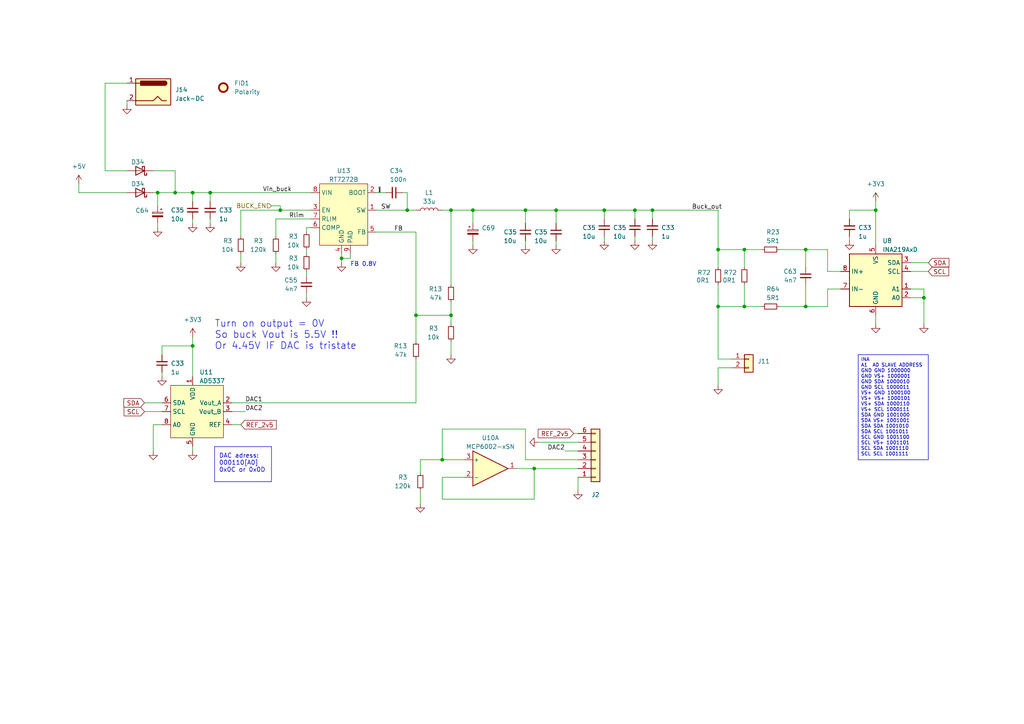
<source format=kicad_sch>
(kicad_sch (version 20230121) (generator eeschema)
  (paper "A4")
  (lib_symbols
    (symbol "Amplifier_Operational:MCP6002-xSN" (pin_names (offset 0.127))
      (property "Reference" "U" (at 0 5.08 0))
      (property "Value" "MCP6002-xSN" (at 0 -5.08 0))
      (symbol "MCP6002-xSN_1_1"
        (polyline (pts (xy -5.08 5.08) (xy 5.08 0) (xy -5.08 -5.08) (xy -5.08 5.08)) (stroke (width 0.254)) (fill (type background)))
        (pin output line (at 7.62 0 180) (length 2.54) (name "~") (number "1"))
        (pin input line (at -7.62 -2.54 0) (length 2.54) (name "-") (number "2"))
        (pin input line (at -7.62 2.54 0) (length 2.54) (name "+") (number "3"))
      )
      (symbol "MCP6002-xSN_2_1"
        (polyline (pts (xy -5.08 5.08) (xy 5.08 0) (xy -5.08 -5.08) (xy -5.08 5.08)) (stroke (width 0.254)) (fill (type background)))
        (pin input line (at -7.62 2.54 0) (length 2.54) (name "+") (number "5"))
        (pin input line (at -7.62 -2.54 0) (length 2.54) (name "-") (number "6"))
        (pin output line (at 7.62 0 180) (length 2.54) (name "~") (number "7"))
      )
      (symbol "MCP6002-xSN_3_1"
        (pin power_in line (at -2.54 -7.62 90) (length 3.81) (name "V-") (number "4"))
        (pin power_in line (at -2.54 7.62 270) (length 3.81) (name "V+") (number "8"))
      )
    )
    (symbol "Connector:Jack-DC" (pin_names (offset 1.016))
      (property "Reference" "J" (at 0 5.334 0))
      (property "Value" "Jack-DC" (at 0 -5.08 0))
      (symbol "Jack-DC_0_1"
        (rectangle (start -5.08 3.81) (end 5.08 -3.81) (stroke (width 0.254)) (fill (type background)))
        (arc (start -3.302 3.175) (mid -3.9343 2.54) (end -3.302 1.905) (stroke (width 0.254)))
        (arc (start -3.302 3.175) (mid -3.9343 2.54) (end -3.302 1.905) (stroke (width 0.254)) (fill (type outline)))
        (polyline (pts (xy 5.08 2.54) (xy 3.81 2.54)) (stroke (width 0.254)))
        (polyline (pts (xy -3.81 -2.54) (xy -2.54 -2.54) (xy -1.27 -1.27) (xy 0 -2.54) (xy 2.54 -2.54) (xy 5.08 -2.54)) (stroke (width 0.254)))
        (rectangle (start 3.683 3.175) (end -3.302 1.905) (stroke (width 0.254)) (fill (type outline)))
      )
      (symbol "Jack-DC_1_1"
        (pin passive line (at 7.62 2.54 180) (length 2.54) (name "~") (number "1"))
        (pin passive line (at 7.62 -2.54 180) (length 2.54) (name "~") (number "2"))
      )
    )
    (symbol "Connector_Generic:Conn_01x02" (pin_names (offset 1.016) hide)
      (property "Reference" "J" (at 0 2.54 0))
      (property "Value" "Conn_01x02" (at 0 -5.08 0))
      (symbol "Conn_01x02_1_1"
        (rectangle (start -1.27 -2.413) (end 0 -2.667) (stroke (width 0.1524)))
        (rectangle (start -1.27 0.127) (end 0 -0.127) (stroke (width 0.1524)))
        (rectangle (start -1.27 1.27) (end 1.27 -3.81) (stroke (width 0.254)) (fill (type background)))
        (pin passive line (at -5.08 0 0) (length 3.81) (name "Pin_1") (number "1"))
        (pin passive line (at -5.08 -2.54 0) (length 3.81) (name "Pin_2") (number "2"))
      )
    )
    (symbol "Connector_Generic:Conn_01x06" (pin_names (offset 1.016) hide)
      (property "Reference" "J" (at 0 7.62 0))
      (property "Value" "Conn_01x06" (at 0 -10.16 0))
      (symbol "Conn_01x06_1_1"
        (rectangle (start -1.27 -7.493) (end 0 -7.747) (stroke (width 0.1524)))
        (rectangle (start -1.27 -4.953) (end 0 -5.207) (stroke (width 0.1524)))
        (rectangle (start -1.27 -2.413) (end 0 -2.667) (stroke (width 0.1524)))
        (rectangle (start -1.27 0.127) (end 0 -0.127) (stroke (width 0.1524)))
        (rectangle (start -1.27 2.667) (end 0 2.413) (stroke (width 0.1524)))
        (rectangle (start -1.27 5.207) (end 0 4.953) (stroke (width 0.1524)))
        (rectangle (start -1.27 6.35) (end 1.27 -8.89) (stroke (width 0.254)) (fill (type background)))
        (pin passive line (at -5.08 5.08 0) (length 3.81) (name "Pin_1") (number "1"))
        (pin passive line (at -5.08 2.54 0) (length 3.81) (name "Pin_2") (number "2"))
        (pin passive line (at -5.08 0 0) (length 3.81) (name "Pin_3") (number "3"))
        (pin passive line (at -5.08 -2.54 0) (length 3.81) (name "Pin_4") (number "4"))
        (pin passive line (at -5.08 -5.08 0) (length 3.81) (name "Pin_5") (number "5"))
        (pin passive line (at -5.08 -7.62 0) (length 3.81) (name "Pin_6") (number "6"))
      )
    )
    (symbol "Device:C_Polarized_Small" (pin_numbers hide) (pin_names (offset 0.254) hide)
      (property "Reference" "C" (at 0.254 1.778 0))
      (property "Value" "C_Polarized_Small" (at 0.254 -2.032 0))
      (symbol "C_Polarized_Small_0_1"
        (rectangle (start -1.524 -0.3048) (end 1.524 -0.6858) (fill (type outline)))
        (rectangle (start -1.524 0.6858) (end 1.524 0.3048))
        (polyline (pts (xy -1.27 1.524) (xy -0.762 1.524)))
        (polyline (pts (xy -1.016 1.27) (xy -1.016 1.778)))
      )
      (symbol "C_Polarized_Small_1_1"
        (pin passive line (at 0 2.54 270) (length 1.8542) (name "~") (number "1"))
        (pin passive line (at 0 -2.54 90) (length 1.8542) (name "~") (number "2"))
      )
    )
    (symbol "Device:C_Small" (pin_numbers hide) (pin_names (offset 0.254) hide)
      (property "Reference" "C" (at 0.254 1.778 0))
      (property "Value" "C_Small" (at 0.254 -2.032 0))
      (symbol "C_Small_0_1"
        (polyline (pts (xy -1.524 -0.508) (xy 1.524 -0.508)) (stroke (width 0.3302)))
        (polyline (pts (xy -1.524 0.508) (xy 1.524 0.508)) (stroke (width 0.3048)))
      )
      (symbol "C_Small_1_1"
        (pin passive line (at 0 2.54 270) (length 2.032) (name "~") (number "1"))
        (pin passive line (at 0 -2.54 90) (length 2.032) (name "~") (number "2"))
      )
    )
    (symbol "Device:D_Schottky" (pin_numbers hide) (pin_names (offset 1.016) hide)
      (property "Reference" "D" (at 0 2.54 0))
      (property "Value" "D_Schottky" (at 0 -2.54 0))
      (symbol "D_Schottky_0_1"
        (polyline (pts (xy 1.27 0) (xy -1.27 0)))
        (polyline (pts (xy 1.27 1.27) (xy 1.27 -1.27) (xy -1.27 0) (xy 1.27 1.27)) (stroke (width 0.254)))
        (polyline (pts (xy -1.905 0.635) (xy -1.905 1.27) (xy -1.27 1.27) (xy -1.27 -1.27) (xy -0.635 -1.27) (xy -0.635 -0.635)) (stroke (width 0.254)))
      )
      (symbol "D_Schottky_1_1"
        (pin passive line (at -3.81 0 0) (length 2.54) (name "K") (number "1"))
        (pin passive line (at 3.81 0 180) (length 2.54) (name "A") (number "2"))
      )
    )
    (symbol "Device:L" (pin_numbers hide) (pin_names (offset 1.016) hide)
      (property "Reference" "L" (at -1.27 0 90))
      (property "Value" "L" (at 1.905 0 90))
      (symbol "L_0_1"
        (arc (start 0 -2.54) (mid 0.6323 -1.905) (end 0 -1.27))
        (arc (start 0 -1.27) (mid 0.6323 -0.635) (end 0 0))
        (arc (start 0 0) (mid 0.6323 0.635) (end 0 1.27))
        (arc (start 0 1.27) (mid 0.6323 1.905) (end 0 2.54))
      )
      (symbol "L_1_1"
        (pin passive line (at 0 3.81 270) (length 1.27) (name "1") (number "1"))
        (pin passive line (at 0 -3.81 90) (length 1.27) (name "2") (number "2"))
      )
    )
    (symbol "Device:R_Small" (pin_numbers hide) (pin_names (offset 0.254) hide)
      (property "Reference" "R" (at 0.762 0.508 0))
      (property "Value" "R_Small" (at 0.762 -1.016 0))
      (symbol "R_Small_0_1"
        (rectangle (start -0.762 1.778) (end 0.762 -1.778) (stroke (width 0.2032)))
      )
      (symbol "R_Small_1_1"
        (pin passive line (at 0 2.54 270) (length 0.762) (name "~") (number "1"))
        (pin passive line (at 0 -2.54 90) (length 0.762) (name "~") (number "2"))
      )
    )
    (symbol "Mechanical:Fiducial"
      (property "Reference" "FID" (at 0 5.08 0))
      (property "Value" "Fiducial" (at 0 3.175 0))
      (symbol "Fiducial_0_1"
        (circle (center 0 0) (radius 1.27) (stroke (width 0.508)) (fill (type background)))
      )
    )
    (symbol "My_custom_lib:AD5337"
      (property "Reference" "U" (at 2.54 10.16 0))
      (property "Value" "AD5337" (at 5.08 7.62 0))
      (symbol "AD5337_1_1"
        (rectangle (start -6.35 6.35) (end 8.89 -8.89) (fill (type background)))
        (pin power_in line (at 0 8.89 270) (length 2.54) (name "VDD") (number "1"))
        (pin output line (at 11.43 1.27 180) (length 2.54) (name "Vout_A") (number "2"))
        (pin output line (at 11.43 -1.27 180) (length 2.54) (name "Vout_B") (number "3"))
        (pin input line (at 11.43 -5.08 180) (length 2.54) (name "REF") (number "4"))
        (pin power_in line (at 0 -11.43 90) (length 2.54) (name "GND") (number "5"))
        (pin bidirectional line (at -8.89 1.27 0) (length 2.54) (name "SDA") (number "6"))
        (pin input line (at -8.89 -1.27 0) (length 2.54) (name "SCL") (number "7"))
        (pin input line (at -8.89 -5.08 0) (length 2.54) (name "A0") (number "8"))
      )
    )
    (symbol "My_custom_lib:RT7272B"
      (property "Reference" "U" (at 1.27 17.78 0))
      (property "Value" "RT7272B" (at 1.27 15.24 0))
      (symbol "RT7272B_1_1"
        (rectangle (start -7.62 13.97) (end 6.35 -3.81) (fill (type background)))
        (pin input line (at 8.89 6.35 180) (length 2.54) (name "SW") (number "1"))
        (pin input line (at 8.89 11.43 180) (length 2.54) (name "BOOT") (number "2"))
        (pin input line (at -10.16 6.35 0) (length 2.54) (name "EN") (number "3"))
        (pin input line (at -1.27 -6.35 90) (length 2.54) (name "GND") (number "4"))
        (pin input line (at 8.89 0 180) (length 2.54) (name "FB") (number "5"))
        (pin input line (at -10.16 1.27 0) (length 2.54) (name "COMP") (number "6"))
        (pin input line (at -10.16 3.81 0) (length 2.54) (name "RLIM") (number "7"))
        (pin input line (at -10.16 11.43 0) (length 2.54) (name "VIN") (number "8"))
        (pin input line (at 1.27 -6.35 90) (length 2.54) (name "PAD") (number "9"))
      )
    )
    (symbol "Sensor_Energy:INA219AxD"
      (property "Reference" "U" (at -6.35 8.89 0))
      (property "Value" "INA219AxD" (at 5.08 8.89 0))
      (symbol "INA219AxD_0_1"
        (rectangle (start -7.62 7.62) (end 7.62 -7.62) (stroke (width 0.254)) (fill (type background)))
      )
      (symbol "INA219AxD_1_1"
        (pin input line (at 10.16 -2.54 180) (length 2.54) (name "A1") (number "1"))
        (pin input line (at 10.16 -5.08 180) (length 2.54) (name "A0") (number "2"))
        (pin bidirectional line (at 10.16 5.08 180) (length 2.54) (name "SDA") (number "3"))
        (pin input line (at 10.16 2.54 180) (length 2.54) (name "SCL") (number "4"))
        (pin power_in line (at 0 10.16 270) (length 2.54) (name "VS") (number "5"))
        (pin power_in line (at 0 -10.16 90) (length 2.54) (name "GND") (number "6"))
        (pin input line (at -10.16 -2.54 0) (length 2.54) (name "IN-") (number "7"))
        (pin input line (at -10.16 2.54 0) (length 2.54) (name "IN+") (number "8"))
      )
    )
    (symbol "power:+3V3" (power) (pin_names (offset 0))
      (property "Value" "+3V3" (at 0 3.556 0))
      (symbol "+3V3_0_1"
        (polyline (pts (xy -0.762 1.27) (xy 0 2.54)))
        (polyline (pts (xy 0 0) (xy 0 2.54)))
        (polyline (pts (xy 0 2.54) (xy 0.762 1.27)))
      )
      (symbol "+3V3_1_1"
        (pin power_in line (at 0 0 90) (length 0) hide (name "+3V3") (number "1"))
      )
    )
    (symbol "power:+5V" (power) (pin_names (offset 0))
      (property "Value" "+5V" (at 0 3.556 0))
      (symbol "+5V_0_1"
        (polyline (pts (xy -0.762 1.27) (xy 0 2.54)))
        (polyline (pts (xy 0 0) (xy 0 2.54)))
        (polyline (pts (xy 0 2.54) (xy 0.762 1.27)))
      )
      (symbol "+5V_1_1"
        (pin power_in line (at 0 0 90) (length 0) hide (name "+5V") (number "1"))
      )
    )
    (symbol "power:GND" (power) (pin_names (offset 0))
      (property "Value" "GND" (at 0 -3.81 0))
      (symbol "GND_0_1"
        (polyline (pts (xy 0 0) (xy 0 -1.27) (xy 1.27 -1.27) (xy 0 -2.54) (xy -1.27 -1.27) (xy 0 -1.27)))
      )
      (symbol "GND_1_1"
        (pin power_in line (at 0 0 270) (length 0) hide (name "GND") (number "1"))
      )
    )
  )
  (junction (at 189.23 60.96))
  (junction (at 233.68 72.39))
  (junction (at 60.96 55.88))
  (junction (at 137.16 60.96))
  (junction (at 99.06 74.93))
  (junction (at 208.28 88.9))
  (junction (at 161.29 60.96))
  (junction (at 130.81 60.96))
  (junction (at 118.11 60.96))
  (junction (at 208.28 72.39))
  (junction (at 215.9 88.9))
  (junction (at 120.65 91.44))
  (junction (at 152.4 60.96))
  (junction (at 254 60.96))
  (junction (at 267.97 86.36))
  (junction (at 215.9 72.39))
  (junction (at 81.28 60.96))
  (junction (at 55.88 100.33))
  (junction (at 130.81 91.44))
  (junction (at 154.94 135.89))
  (junction (at 45.72 55.88))
  (junction (at 184.15 60.96))
  (junction (at 50.8 55.88))
  (junction (at 55.88 55.88))
  (junction (at 175.26 60.96))
  (junction (at 128.27 133.35))
  (junction (at 233.68 88.9))
  (wire (pts (xy 30.48 49.53) (xy 36.83 49.53)))
  (wire (pts (xy 246.38 69.85) (xy 246.38 68.58)))
  (wire (pts (xy 267.97 83.82) (xy 267.97 86.36)))
  (wire (pts (xy 130.81 60.96) (xy 130.81 82.55)))
  (wire (pts (xy 189.23 69.85) (xy 189.23 68.58)))
  (wire (pts (xy 130.81 91.44) (xy 130.81 93.98)))
  (wire (pts (xy 46.99 102.87) (xy 46.99 100.33)))
  (wire (pts (xy 118.11 55.88) (xy 118.11 60.96)))
  (wire (pts (xy 121.92 133.35) (xy 128.27 133.35)))
  (wire (pts (xy 55.88 130.81) (xy 55.88 129.54)))
  (wire (pts (xy 208.28 88.9) (xy 208.28 104.14)))
  (wire (pts (xy 44.45 123.19) (xy 46.99 123.19)))
  (wire (pts (xy 88.9 72.39) (xy 88.9 73.66)))
  (wire (pts (xy 71.12 119.38) (xy 67.31 119.38)))
  (wire (pts (xy 215.9 72.39) (xy 220.98 72.39)))
  (wire (pts (xy 130.81 102.87) (xy 130.81 99.06)))
  (wire (pts (xy 90.17 60.96) (xy 81.28 60.96)))
  (wire (pts (xy 30.48 24.13) (xy 36.83 24.13)))
  (wire (pts (xy 175.26 63.5) (xy 175.26 60.96)))
  (wire (pts (xy 80.01 63.5) (xy 90.17 63.5)))
  (wire (pts (xy 269.24 78.74) (xy 264.16 78.74)))
  (wire (pts (xy 269.24 76.2) (xy 264.16 76.2)))
  (wire (pts (xy 46.99 109.22) (xy 46.99 107.95)))
  (wire (pts (xy 215.9 82.55) (xy 215.9 88.9)))
  (wire (pts (xy 118.11 60.96) (xy 120.65 60.96)))
  (wire (pts (xy 128.27 124.46) (xy 128.27 133.35)))
  (wire (pts (xy 137.16 60.96) (xy 152.4 60.96)))
  (wire (pts (xy 50.8 49.53) (xy 50.8 55.88)))
  (wire (pts (xy 233.68 82.55) (xy 233.68 88.9)))
  (wire (pts (xy 208.28 106.68) (xy 208.28 111.76)))
  (wire (pts (xy 161.29 60.96) (xy 161.29 64.77)))
  (wire (pts (xy 215.9 88.9) (xy 220.98 88.9)))
  (wire (pts (xy 55.88 64.77) (xy 55.88 63.5)))
  (wire (pts (xy 109.22 60.96) (xy 118.11 60.96)))
  (wire (pts (xy 208.28 104.14) (xy 212.09 104.14)))
  (wire (pts (xy 55.88 100.33) (xy 55.88 109.22)))
  (wire (pts (xy 152.4 60.96) (xy 161.29 60.96)))
  (wire (pts (xy 134.62 138.43) (xy 128.27 138.43)))
  (wire (pts (xy 264.16 86.36) (xy 267.97 86.36)))
  (wire (pts (xy 60.96 55.88) (xy 60.96 58.42)))
  (wire (pts (xy 81.28 60.96) (xy 69.85 60.96)))
  (wire (pts (xy 80.01 76.2) (xy 80.01 73.66)))
  (wire (pts (xy 212.09 106.68) (xy 208.28 106.68)))
  (wire (pts (xy 99.06 74.93) (xy 99.06 73.66)))
  (wire (pts (xy 215.9 72.39) (xy 215.9 77.47)))
  (wire (pts (xy 233.68 88.9) (xy 240.03 88.9)))
  (wire (pts (xy 184.15 63.5) (xy 184.15 60.96)))
  (wire (pts (xy 121.92 146.05) (xy 121.92 142.24)))
  (wire (pts (xy 154.94 135.89) (xy 149.86 135.89)))
  (wire (pts (xy 137.16 60.96) (xy 137.16 64.77)))
  (wire (pts (xy 246.38 63.5) (xy 246.38 60.96)))
  (wire (pts (xy 109.22 55.88) (xy 111.76 55.88)))
  (wire (pts (xy 55.88 97.79) (xy 55.88 100.33)))
  (wire (pts (xy 167.64 142.24) (xy 167.64 138.43)))
  (wire (pts (xy 80.01 68.58) (xy 80.01 63.5)))
  (wire (pts (xy 167.64 133.35) (xy 152.4 133.35)))
  (wire (pts (xy 152.4 60.96) (xy 152.4 64.77)))
  (wire (pts (xy 240.03 78.74) (xy 240.03 72.39)))
  (wire (pts (xy 208.28 82.55) (xy 208.28 88.9)))
  (wire (pts (xy 246.38 60.96) (xy 254 60.96)))
  (wire (pts (xy 55.88 58.42) (xy 55.88 55.88)))
  (wire (pts (xy 184.15 60.96) (xy 189.23 60.96)))
  (wire (pts (xy 120.65 91.44) (xy 130.81 91.44)))
  (polyline (pts (xy 62.23 129.54) (xy 62.23 139.7)))
  (wire (pts (xy 120.65 67.31) (xy 120.65 91.44)))
  (wire (pts (xy 128.27 133.35) (xy 134.62 133.35)))
  (wire (pts (xy 90.17 55.88) (xy 60.96 55.88)))
  (wire (pts (xy 254 91.44) (xy 254 93.98)))
  (wire (pts (xy 128.27 138.43) (xy 128.27 144.78)))
  (wire (pts (xy 163.83 130.81) (xy 167.64 130.81)))
  (wire (pts (xy 154.94 135.89) (xy 167.64 135.89)))
  (wire (pts (xy 161.29 60.96) (xy 175.26 60.96)))
  (wire (pts (xy 22.86 55.88) (xy 36.83 55.88)))
  (wire (pts (xy 44.45 49.53) (xy 50.8 49.53)))
  (wire (pts (xy 90.17 66.04) (xy 88.9 66.04)))
  (wire (pts (xy 30.48 24.13) (xy 30.48 49.53)))
  (wire (pts (xy 116.84 55.88) (xy 118.11 55.88)))
  (wire (pts (xy 22.86 55.88) (xy 22.86 53.34)))
  (wire (pts (xy 45.72 55.88) (xy 45.72 59.69)))
  (wire (pts (xy 41.91 119.38) (xy 46.99 119.38)))
  (polyline (pts (xy 78.74 139.7) (xy 78.74 129.54)))
  (wire (pts (xy 264.16 83.82) (xy 267.97 83.82)))
  (polyline (pts (xy 62.23 129.54) (xy 78.74 129.54)))
  (wire (pts (xy 233.68 77.47) (xy 233.68 72.39)))
  (wire (pts (xy 208.28 60.96) (xy 208.28 72.39)))
  (polyline (pts (xy 62.23 139.7) (xy 78.74 139.7)))
  (wire (pts (xy 254 58.42) (xy 254 60.96)))
  (wire (pts (xy 166.37 125.73) (xy 167.64 125.73)))
  (wire (pts (xy 152.4 69.85) (xy 152.4 71.12)))
  (wire (pts (xy 45.72 64.77) (xy 45.72 66.04)))
  (wire (pts (xy 254 60.96) (xy 254 71.12)))
  (wire (pts (xy 208.28 72.39) (xy 208.28 77.47)))
  (wire (pts (xy 120.65 104.14) (xy 120.65 116.84)))
  (wire (pts (xy 152.4 133.35) (xy 152.4 124.46)))
  (wire (pts (xy 175.26 69.85) (xy 175.26 68.58)))
  (wire (pts (xy 130.81 60.96) (xy 137.16 60.96)))
  (wire (pts (xy 128.27 144.78) (xy 154.94 144.78)))
  (wire (pts (xy 50.8 55.88) (xy 55.88 55.88)))
  (wire (pts (xy 215.9 72.39) (xy 208.28 72.39)))
  (wire (pts (xy 189.23 60.96) (xy 189.23 63.5)))
  (wire (pts (xy 233.68 72.39) (xy 240.03 72.39)))
  (wire (pts (xy 240.03 83.82) (xy 243.84 83.82)))
  (wire (pts (xy 240.03 78.74) (xy 243.84 78.74)))
  (wire (pts (xy 267.97 86.36) (xy 267.97 93.98)))
  (wire (pts (xy 109.22 67.31) (xy 120.65 67.31)))
  (wire (pts (xy 44.45 130.81) (xy 44.45 123.19)))
  (wire (pts (xy 41.91 116.84) (xy 46.99 116.84)))
  (wire (pts (xy 69.85 60.96) (xy 69.85 68.58)))
  (wire (pts (xy 215.9 88.9) (xy 208.28 88.9)))
  (wire (pts (xy 81.28 59.69) (xy 81.28 60.96)))
  (wire (pts (xy 67.31 123.19) (xy 69.85 123.19)))
  (wire (pts (xy 99.06 76.2) (xy 99.06 74.93)))
  (wire (pts (xy 121.92 133.35) (xy 121.92 137.16)))
  (wire (pts (xy 60.96 64.77) (xy 60.96 63.5)))
  (wire (pts (xy 130.81 87.63) (xy 130.81 91.44)))
  (wire (pts (xy 120.65 91.44) (xy 120.65 99.06)))
  (wire (pts (xy 69.85 76.2) (xy 69.85 73.66)))
  (wire (pts (xy 161.29 69.85) (xy 161.29 71.12)))
  (wire (pts (xy 175.26 60.96) (xy 184.15 60.96)))
  (wire (pts (xy 156.21 128.27) (xy 167.64 128.27)))
  (wire (pts (xy 226.06 72.39) (xy 233.68 72.39)))
  (wire (pts (xy 189.23 60.96) (xy 208.28 60.96)))
  (wire (pts (xy 44.45 55.88) (xy 45.72 55.88)))
  (wire (pts (xy 45.72 55.88) (xy 50.8 55.88)))
  (wire (pts (xy 137.16 69.85) (xy 137.16 71.12)))
  (wire (pts (xy 99.06 74.93) (xy 101.6 74.93)))
  (wire (pts (xy 101.6 73.66) (xy 101.6 74.93)))
  (wire (pts (xy 78.74 59.69) (xy 81.28 59.69)))
  (wire (pts (xy 184.15 69.85) (xy 184.15 68.58)))
  (wire (pts (xy 128.27 60.96) (xy 130.81 60.96)))
  (wire (pts (xy 240.03 83.82) (xy 240.03 88.9)))
  (wire (pts (xy 88.9 78.74) (xy 88.9 80.01)))
  (wire (pts (xy 226.06 88.9) (xy 233.68 88.9)))
  (wire (pts (xy 46.99 100.33) (xy 55.88 100.33)))
  (wire (pts (xy 88.9 66.04) (xy 88.9 67.31)))
  (wire (pts (xy 152.4 124.46) (xy 128.27 124.46)))
  (wire (pts (xy 120.65 116.84) (xy 67.31 116.84)))
  (wire (pts (xy 154.94 144.78) (xy 154.94 135.89)))
  (wire (pts (xy 55.88 55.88) (xy 60.96 55.88)))
  (wire (pts (xy 88.9 85.09) (xy 88.9 86.36)))
  (wire (pts (xy 36.83 30.48) (xy 36.83 29.21)))
  (text_box "INA\nA1  A0 SLAVE ADDRESS\nGND GND 1000000\nGND VS+ 1000001\nGND SDA 1000010\nGND SCL 1000011\nVS+ GND 1000100\nVS+ VS+ 1000101\nVS+ SDA 1000110\nVS+ SCL 1000111\nSDA GND 1001000\nSDA VS+ 1001001\nSDA SDA 1001010\nSDA SCL 1001011\nSCL GND 1001100\nSCL VS+ 1001101\nSCL SDA 1001110\nSCL SCL 1001111" (at 248.92 102.87 0) (size 20.32 30.48) (effects (font (size 1 1)) (justify left top)))
  (text "DAC adress:\n000110[A0] \n0x0C or 0x0D" (at 63.5 137.16 0) (effects (font (size 1.27 1.27)) (justify left bottom)))
  (text "Turn on output = 0V\nSo buck Vout is 5.5V !!\nOr 4.45V IF DAC is tristate" (at 62.23 101.6 0) (effects (font (size 2 2)) (justify left bottom)))
  (text "FB 0.8V" (at 101.6 77.47 0) (effects (font (size 1.27 1.27)) (justify left bottom)))
  (label "SW" (at 110.49 60.96 0))
  (label "FB" (at 114.3 67.31 0))
  (label "DAC2" (at 163.83 130.81 180))
  (label "Buck_out" (at 200.66 60.96 0))
  (label "Rlim" (at 83.82 63.5 0))
  (label "DAC2" (at 71.12 119.38 0))
  (label "Vin_buck" (at 76.2 55.88 0))
  (label "boot" (at 110.49 55.88 90) (effects (font (size 0.5 0.5))))
  (label "DAC1" (at 71.12 116.84 0))
  (global_label "SDA" (shape input) (at 269.24 76.2 0) (property "Intersheetrefs" "${INTERSHEET_REFS}" (effects hide)))
  (global_label "REF_2v5" (shape input) (at 69.85 123.19 0) (property "Intersheetrefs" "${INTERSHEET_REFS}" (effects hide)))
  (global_label "REF_2v5" (shape input) (at 166.37 125.73 180) (property "Intersheetrefs" "${INTERSHEET_REFS}" (effects hide)))
  (global_label "SDA" (shape input) (at 41.91 116.84 180) (property "Intersheetrefs" "${INTERSHEET_REFS}" (effects hide)))
  (global_label "SCL" (shape input) (at 41.91 119.38 180) (property "Intersheetrefs" "${INTERSHEET_REFS}" (effects hide)))
  (global_label "SCL" (shape input) (at 269.24 78.74 0) (property "Intersheetrefs" "${INTERSHEET_REFS}" (effects hide)))
  (hierarchical_label "BUCK_EN" (shape input) (at 78.74 59.69 180))
  (symbol (lib_id "power:GND") (at 69.85 76.2 0) (unit 1)
    (property "Reference" "#PWR079" (effects hide))
    (property "Value" "GND" (effects hide))
    (instances (project "Ethernet_switch_4out" (path "" (reference "#PWR079") (unit 1)) (path "" (reference "#PWR0151") (unit 1))) (project "cross_band_handy_walkie_talkie_ES8388" (path "" (reference "#PWR045") (unit 1))))
  )
  (symbol (lib_id "Amplifier_Operational:MCP6002-xSN") (at 142.24 135.89 0) (unit 1)
    (property "Reference" "U10" (at 142.24 127 0))
    (property "Value" "MCP6002-xSN" (at 142.24 129.54 0))
    (property "Footprint" "Package_SO:SOIC-8_3.9x4.9mm_P1.27mm" (effects hide))
    (property "Datasheet" "http://ww1.microchip.com/downloads/en/DeviceDoc/21733j.pdf" (effects hide))
    (property "LCSC" "C7377" (effects hide))
  )
  (symbol (lib_id "power:GND") (at 130.81 102.87 0) (unit 1)
    (property "Reference" "#PWR079" (effects hide))
    (property "Value" "GND" (effects hide))
    (instances (project "Ethernet_switch_4out" (path "" (reference "#PWR079") (unit 1)) (path "" (reference "#PWR0156") (unit 1))) (project "cross_band_handy_walkie_talkie_ES8388" (path "" (reference "#PWR045") (unit 1))))
  )
  (symbol (lib_id "Device:C_Small") (at 60.96 60.96 0) (mirror x) (unit 1)
    (property "Reference" "C33" (at 63.5 60.96 0) (effects (justify left)))
    (property "Value" "1u" (at 63.5 63.5 0) (effects (justify left)))
    (property "Footprint" "Capacitor_SMD:C_0402_1005Metric" (effects hide))
    (property "LCSC" "C52923" (effects hide))
    (instances (project "Ethernet_switch_4out" (path "" (reference "C33") (unit 1)) (path "" (reference "C52") (unit 1))) (project "cross_band_handy_walkie_talkie_ES8388" (path "" (reference "C5") (unit 1))))
  )
  (symbol (lib_id "power:GND") (at 46.99 109.22 0) (unit 1)
    (property "Reference" "#PWR079" (effects hide))
    (property "Value" "GND" (effects hide))
    (instances (project "Ethernet_switch_4out" (path "" (reference "#PWR079") (unit 1)) (path "" (reference "#PWR0166") (unit 1))) (project "cross_band_handy_walkie_talkie_ES8388" (path "" (reference "#PWR045") (unit 1))))
  )
  (symbol (lib_id "power:GND") (at 175.26 69.85 0) (mirror y) (unit 1)
    (property "Reference" "#PWR078" (effects hide))
    (property "Value" "GND" (effects hide))
    (instances (project "Ethernet_switch_4out" (path "" (reference "#PWR078") (unit 1)) (path "" (reference "#PWR0147") (unit 1))) (project "cross_band_handy_walkie_talkie_ES8388" (path "" (reference "#PWR045") (unit 1))))
  )
  (symbol (lib_id "Device:R_Small") (at 130.81 85.09 0) (mirror x) (unit 1)
    (property "Reference" "R13" (at 128.27 83.82 0) (effects (justify right)))
    (property "Value" "47k" (at 128.27 86.36 0) (effects (justify right)))
    (property "Footprint" "Resistor_SMD:R_0402_1005Metric" (effects hide))
    (property "LCSC" "C25792" (effects hide))
    (instances (project "MUX_board" (path "" (reference "R13") (unit 1))) (project "Ethernet_switch_4out" (path "" (reference "R17") (unit 1)) (path "" (reference "R65") (unit 1))) (project "BMS_project" (path "" (reference "R12") (unit 1)) (path "" (reference "R12") (unit 1)) (path "" (reference "R24") (unit 1)) (path "" (reference "R25") (unit 1)) (path "" (reference "R26") (unit 1)) (path "" (reference "R27") (unit 1))))
  )
  (symbol (lib_id "Device:R_Small") (at 69.85 71.12 0) (mirror y) (unit 1)
    (property "Reference" "R3" (at 66.04 69.85 0))
    (property "Value" "10k" (at 66.04 72.39 0))
    (property "Footprint" "Resistor_SMD:R_0603_1608Metric" (effects hide))
    (property "LCSC" "C25804" (effects hide))
    (instances (project "Ethernet_switch_4out" (path "" (reference "R3") (unit 1)) (path "" (reference "R70") (unit 1))) (project "cross_band_handy_walkie_talkie_ES8388" (path "" (reference "R6") (unit 1))))
  )
  (symbol (lib_id "power:+3V3") (at 55.88 97.79 0) (unit 1)
    (property "Reference" "#PWR0136" (effects hide))
    (property "Value" "+3V3" (at 55.88 92.71 0))
    (instances (project "Ethernet_switch_4out" (path "" (reference "#PWR0136") (unit 1)) (path "" (reference "#PWR0167") (unit 1))) (project "cross_band_handy_walkie_talkie_ES8388" (path "" (reference "#PWR010") (unit 1))))
  )
  (symbol (lib_id "Device:C_Small") (at 175.26 66.04 0) (unit 1)
    (property "Reference" "C35" (at 168.91 66.04 0) (effects (justify left)))
    (property "Value" "10u" (at 168.91 68.58 0) (effects (justify left)))
    (property "Footprint" "Capacitor_SMD:C_0603_1608Metric" (effects hide))
    (property "LCSC" "C96446" (effects hide))
    (instances (project "Ethernet_switch_4out" (path "" (reference "C35") (unit 1)) (path "" (reference "C54") (unit 1))) (project "cross_band_handy_walkie_talkie_ES8388" (path "" (reference "C57") (unit 1))))
  )
  (symbol (lib_id "Device:R_Small") (at 88.9 76.2 0) (mirror y) (unit 1)
    (property "Reference" "R3" (at 85.09 74.93 0))
    (property "Value" "10k" (at 85.09 77.47 0))
    (property "Footprint" "Resistor_SMD:R_0603_1608Metric" (effects hide))
    (property "LCSC" "C25804" (effects hide))
    (instances (project "Ethernet_switch_4out" (path "" (reference "R3") (unit 1)) (path "" (reference "R74") (unit 1))) (project "cross_band_handy_walkie_talkie_ES8388" (path "" (reference "R6") (unit 1))))
  )
  (symbol (lib_id "power:+5V") (at 22.86 53.34 0) (unit 1)
    (property "Reference" "#PWR048" (effects hide))
    (property "Value" "+5V" (at 22.86 48.26 0))
    (instances (project "Ethernet_switch_4out" (path "" (reference "#PWR048") (unit 1)) (path "" (reference "#PWR081") (unit 1))) (project "cross_band_handy_walkie_talkie_ES8388" (path "" (reference "#PWR034") (unit 1))))
  )
  (symbol (lib_id "Device:C_Small") (at 152.4 67.31 0) (unit 1)
    (property "Reference" "C35" (at 146.05 67.31 0) (effects (justify left)))
    (property "Value" "10u" (at 146.05 69.85 0) (effects (justify left)))
    (property "Footprint" "Capacitor_SMD:C_0603_1608Metric" (effects hide))
    (property "LCSC" "C96446" (effects hide))
    (instances (project "Ethernet_switch_4out" (path "" (reference "C35") (unit 1)) (path "" (reference "C68") (unit 1))) (project "cross_band_handy_walkie_talkie_ES8388" (path "" (reference "C57") (unit 1))))
  )
  (symbol (lib_id "power:GND") (at 246.38 69.85 0) (unit 1)
    (property "Reference" "#PWR079" (effects hide))
    (property "Value" "GND" (effects hide))
    (instances (project "Ethernet_switch_4out" (path "" (reference "#PWR079") (unit 1)) (path "" (reference "#PWR0155") (unit 1))) (project "cross_band_handy_walkie_talkie_ES8388" (path "" (reference "#PWR045") (unit 1))))
  )
  (symbol (lib_id "Device:R_Small") (at 88.9 69.85 0) (mirror y) (unit 1)
    (property "Reference" "R3" (at 85.09 68.58 0))
    (property "Value" "10k" (at 85.09 71.12 0))
    (property "Footprint" "Resistor_SMD:R_0603_1608Metric" (effects hide))
    (property "LCSC" "C25804" (effects hide))
    (instances (project "Ethernet_switch_4out" (path "" (reference "R3") (unit 1)) (path "" (reference "R75") (unit 1))) (project "cross_band_handy_walkie_talkie_ES8388" (path "" (reference "R6") (unit 1))))
  )
  (symbol (lib_id "power:GND") (at 267.97 93.98 0) (unit 1)
    (property "Reference" "#PWR079" (effects hide))
    (property "Value" "GND" (effects hide))
    (instances (project "Ethernet_switch_4out" (path "" (reference "#PWR079") (unit 1)) (path "" (reference "#PWR0144") (unit 1))) (project "cross_band_handy_walkie_talkie_ES8388" (path "" (reference "#PWR045") (unit 1))))
  )
  (symbol (lib_id "power:GND") (at 55.88 64.77 0) (mirror y) (unit 1)
    (property "Reference" "#PWR078" (effects hide))
    (property "Value" "GND" (effects hide))
    (instances (project "Ethernet_switch_4out" (path "" (reference "#PWR078") (unit 1)) (path "" (reference "#PWR0148") (unit 1))) (project "cross_band_handy_walkie_talkie_ES8388" (path "" (reference "#PWR045") (unit 1))))
  )
  (symbol (lib_id "Device:R_Small") (at 223.52 72.39 90) (mirror x) (unit 1)
    (property "Reference" "R23" (at 222.25 67.31 90) (effects (justify right)))
    (property "Value" "5R1" (at 222.25 69.85 90) (effects (justify right)))
    (property "Footprint" "Resistor_SMD:R_0402_1005Metric" (effects hide))
    (property "LCSC" "C25077" (effects hide))
    (instances (project "Ethernet_switch_4out" (path "" (reference "R23") (unit 1))) (project "BMS_project" (path "" (reference "R1") (unit 1)) (path "" (reference "R19") (unit 1)) (path "" (reference "R31") (unit 1)) (path "" (reference "R38") (unit 1)) (path "" (reference "R45") (unit 1))))
  )
  (symbol (lib_id "power:GND") (at 121.92 146.05 0) (unit 1)
    (property "Reference" "#PWR079" (effects hide))
    (property "Value" "GND" (effects hide))
    (instances (project "Ethernet_switch_4out" (path "" (reference "#PWR079") (unit 1)) (path "" (reference "#PWR0183") (unit 1))) (project "cross_band_handy_walkie_talkie_ES8388" (path "" (reference "#PWR045") (unit 1))))
  )
  (symbol (lib_id "power:GND") (at 80.01 76.2 0) (unit 1)
    (property "Reference" "#PWR079" (effects hide))
    (property "Value" "GND" (effects hide))
    (instances (project "Ethernet_switch_4out" (path "" (reference "#PWR079") (unit 1)) (path "" (reference "#PWR0178") (unit 1))) (project "cross_band_handy_walkie_talkie_ES8388" (path "" (reference "#PWR045") (unit 1))))
  )
  (symbol (lib_id "power:GND") (at 184.15 69.85 0) (mirror y) (unit 1)
    (property "Reference" "#PWR078" (effects hide))
    (property "Value" "GND" (effects hide))
    (instances (project "Ethernet_switch_4out" (path "" (reference "#PWR078") (unit 1)) (path "" (reference "#PWR0150") (unit 1))) (project "cross_band_handy_walkie_talkie_ES8388" (path "" (reference "#PWR045") (unit 1))))
  )
  (symbol (lib_id "Connector:Jack-DC") (at 44.45 26.67 0) (mirror y) (unit 1)
    (property "Reference" "J14" (at 50.8 26.035 0) (effects (justify right)))
    (property "Value" "Jack-DC" (at 50.8 28.575 0) (effects (justify right)))
    (property "Footprint" "Connector_BarrelJack:BarrelJack_Wuerth_6941xx301002" (effects hide))
  )
  (symbol (lib_id "Device:C_Small") (at 46.99 105.41 0) (mirror x) (unit 1)
    (property "Reference" "C33" (at 49.53 105.41 0) (effects (justify left)))
    (property "Value" "1u" (at 49.53 107.95 0) (effects (justify left)))
    (property "Footprint" "Capacitor_SMD:C_0402_1005Metric" (effects hide))
    (property "LCSC" "C52923" (effects hide))
    (instances (project "Ethernet_switch_4out" (path "" (reference "C33") (unit 1)) (path "" (reference "C59") (unit 1))) (project "cross_band_handy_walkie_talkie_ES8388" (path "" (reference "C5") (unit 1))))
  )
  (symbol (lib_id "My_custom_lib:AD5337") (at 55.88 118.11 0) (unit 1)
    (property "Reference" "U11" (at 57.8359 107.95 0) (effects (justify left)))
    (property "Value" "AD5337" (at 57.8359 110.49 0) (effects (justify left)))
    (property "Footprint" "Package_SO:MSOP-8_3x3mm_P0.65mm" (effects hide))
    (property "Datasheet" "https://datasheet.lcsc.com/lcsc/1912111437_Analog-Devices-AD5337ARMZ-REEL7_C427645.pdf" (effects hide))
    (property "LCSC" "C427645" (effects hide))
  )
  (symbol (lib_id "Device:C_Small") (at 55.88 60.96 0) (unit 1)
    (property "Reference" "C35" (at 49.53 60.96 0) (effects (justify left)))
    (property "Value" "10u" (at 49.53 63.5 0) (effects (justify left)))
    (property "Footprint" "Capacitor_SMD:C_0603_1608Metric" (effects hide))
    (property "LCSC" "C96446" (effects hide))
    (instances (project "Ethernet_switch_4out" (path "" (reference "C35") (unit 1)) (path "" (reference "C53") (unit 1))) (project "cross_band_handy_walkie_talkie_ES8388" (path "" (reference "C57") (unit 1))))
  )
  (symbol (lib_id "My_custom_lib:RT7272B") (at 100.33 67.31 0) (unit 1)
    (property "Reference" "U13" (at 99.695 49.53 0))
    (property "Value" "RT7272B" (at 99.695 52.07 0))
    (property "Footprint" "Package_SO:SOIC-8-1EP_3.9x4.9mm_P1.27mm_EP2.29x3mm_ThermalVias" (effects hide))
    (property "Datasheet" "https://datasheet.lcsc.com/lcsc/1809200034_Richtek-Tech-RT7272BGSP_C127866.pdf" (effects hide))
    (property "LCSC" "C127866" (effects hide))
  )
  (symbol (lib_id "Device:C_Small") (at 114.3 55.88 270) (unit 1)
    (property "Reference" "C34" (at 113.03 49.53 90) (effects (justify left)))
    (property "Value" "100n" (at 113.03 52.07 90) (effects (justify left)))
    (property "Footprint" "Capacitor_SMD:C_0603_1608Metric" (effects hide))
    (property "LCSC" "C14663" (effects hide))
    (instances (project "Ethernet_switch_4out" (path "" (reference "C34") (unit 1)) (path "" (reference "C27") (unit 1))) (project "cross_band_handy_walkie_talkie_ES8388" (path "" (reference "C2") (unit 1))))
  )
  (symbol (lib_id "power:GND") (at 60.96 64.77 0) (unit 1)
    (property "Reference" "#PWR079" (effects hide))
    (property "Value" "GND" (effects hide))
    (instances (project "Ethernet_switch_4out" (path "" (reference "#PWR079") (unit 1)) (path "" (reference "#PWR0149") (unit 1))) (project "cross_band_handy_walkie_talkie_ES8388" (path "" (reference "#PWR045") (unit 1))))
  )
  (symbol (lib_id "Device:R_Small") (at 120.65 101.6 0) (mirror x) (unit 1)
    (property "Reference" "R13" (at 118.11 100.33 0) (effects (justify right)))
    (property "Value" "47k" (at 118.11 102.87 0) (effects (justify right)))
    (property "Footprint" "Resistor_SMD:R_0402_1005Metric" (effects hide))
    (property "LCSC" "C25792" (effects hide))
    (instances (project "MUX_board" (path "" (reference "R13") (unit 1))) (project "Ethernet_switch_4out" (path "" (reference "R17") (unit 1)) (path "" (reference "R63") (unit 1))) (project "BMS_project" (path "" (reference "R12") (unit 1)) (path "" (reference "R12") (unit 1)) (path "" (reference "R24") (unit 1)) (path "" (reference "R25") (unit 1)) (path "" (reference "R26") (unit 1)) (path "" (reference "R27") (unit 1))))
  )
  (symbol (lib_id "power:GND") (at 44.45 130.81 0) (unit 1)
    (property "Reference" "#PWR079" (effects hide))
    (property "Value" "GND" (effects hide))
    (instances (project "Ethernet_switch_4out" (path "" (reference "#PWR079") (unit 1)) (path "" (reference "#PWR037") (unit 1))) (project "cross_band_handy_walkie_talkie_ES8388" (path "" (reference "#PWR045") (unit 1))))
  )
  (symbol (lib_id "Device:R_Small") (at 80.01 71.12 0) (mirror y) (unit 1)
    (property "Reference" "R3" (at 74.93 69.85 0))
    (property "Value" "120k" (at 74.93 72.39 0))
    (property "Footprint" "Resistor_SMD:R_0603_1608Metric" (effects hide))
    (property "LCSC" "C25808" (effects hide))
    (instances (project "Ethernet_switch_4out" (path "" (reference "R3") (unit 1)) (path "" (reference "R76") (unit 1))) (project "cross_band_handy_walkie_talkie_ES8388" (path "" (reference "R6") (unit 1))))
  )
  (symbol (lib_id "Device:C_Small") (at 189.23 66.04 0) (mirror x) (unit 1)
    (property "Reference" "C33" (at 191.77 66.04 0) (effects (justify left)))
    (property "Value" "1u" (at 191.77 68.58 0) (effects (justify left)))
    (property "Footprint" "Capacitor_SMD:C_0402_1005Metric" (effects hide))
    (property "LCSC" "C52923" (effects hide))
    (instances (project "Ethernet_switch_4out" (path "" (reference "C33") (unit 1)) (path "" (reference "C66") (unit 1))) (project "cross_band_handy_walkie_talkie_ES8388" (path "" (reference "C5") (unit 1))))
  )
  (symbol (lib_id "power:GND") (at 208.28 111.76 0) (unit 1)
    (property "Reference" "#PWR079" (effects hide))
    (property "Value" "GND" (effects hide))
    (instances (project "Ethernet_switch_4out" (path "" (reference "#PWR079") (unit 1)) (path "" (reference "#PWR0145") (unit 1))) (project "cross_band_handy_walkie_talkie_ES8388" (path "" (reference "#PWR045") (unit 1))))
  )
  (symbol (lib_id "Device:C_Polarized_Small") (at 137.16 67.31 0) (unit 1)
    (property "Reference" "C69" (at 139.7 66.1289 0) (effects (justify left)))
    (property "Value" "C_Polarized_Small" (effects hide))
    (property "Footprint" "Capacitor_THT:CP_Radial_D6.3mm_P2.50mm" (effects hide))
  )
  (symbol (lib_id "power:GND") (at 254 93.98 0) (unit 1)
    (property "Reference" "#PWR079" (effects hide))
    (property "Value" "GND" (effects hide))
    (instances (project "Ethernet_switch_4out" (path "" (reference "#PWR079") (unit 1)) (path "" (reference "#PWR0153") (unit 1))) (project "cross_band_handy_walkie_talkie_ES8388" (path "" (reference "#PWR045") (unit 1))))
  )
  (symbol (lib_id "Device:C_Small") (at 161.29 67.31 0) (unit 1)
    (property "Reference" "C35" (at 154.94 67.31 0) (effects (justify left)))
    (property "Value" "10u" (at 154.94 69.85 0) (effects (justify left)))
    (property "Footprint" "Capacitor_SMD:C_0603_1608Metric" (effects hide))
    (property "LCSC" "C96446" (effects hide))
    (instances (project "Ethernet_switch_4out" (path "" (reference "C35") (unit 1)) (path "" (reference "C67") (unit 1))) (project "cross_band_handy_walkie_talkie_ES8388" (path "" (reference "C57") (unit 1))))
  )
  (symbol (lib_id "power:GND") (at 45.72 66.04 0) (mirror y) (unit 1)
    (property "Reference" "#PWR079" (effects hide))
    (property "Value" "GND" (effects hide))
    (instances (project "Ethernet_switch_4out" (path "" (reference "#PWR079") (unit 1)) (path "" (reference "#PWR0175") (unit 1))) (project "cross_band_handy_walkie_talkie_ES8388" (path "" (reference "#PWR045") (unit 1))))
  )
  (symbol (lib_id "power:GND") (at 152.4 71.12 0) (unit 1)
    (property "Reference" "#PWR079" (effects hide))
    (property "Value" "GND" (effects hide))
    (instances (project "Ethernet_switch_4out" (path "" (reference "#PWR079") (unit 1)) (path "" (reference "#PWR0181") (unit 1))) (project "cross_band_handy_walkie_talkie_ES8388" (path "" (reference "#PWR045") (unit 1))))
  )
  (symbol (lib_id "Device:D_Schottky") (at 40.64 55.88 180) (unit 1)
    (property "Reference" "D34" (at 41.91 53.34 0) (effects (justify left)))
    (property "Value" "D_Schottky" (effects hide))
    (property "Footprint" "Diode_SMD:D_SMA" (effects hide))
    (property "LCSC" "C22452" (effects hide))
    (instances (project "Ethernet_switch_4out" (path "" (reference "D34") (unit 1)) (path "" (reference "D36") (unit 1))) (project "cross_band_handy_walkie_talkie_ES8388" (path "" (reference "D3") (unit 1))))
  )
  (symbol (lib_id "Device:C_Small") (at 88.9 82.55 0) (mirror y) (unit 1)
    (property "Reference" "C55" (at 86.36 81.28 0) (effects (justify left)))
    (property "Value" "4n7" (at 86.36 83.82 0) (effects (justify left)))
    (property "Footprint" "Capacitor_SMD:C_0402_1005Metric" (effects hide))
    (property "Datasheet" "https://jlcpcb.com/partdetail/55004-0603B472K500NT/C53987" (effects hide))
    (property "LCSC" "C1538" (effects hide))
    (instances (project "Ethernet_switch_4out" (path "" (reference "C55") (unit 1))) (project "cross_band_handy_walkie_talkie_ES8388" (path "" (reference "C32") (unit 1))))
  )
  (symbol (lib_id "power:GND") (at 137.16 71.12 0) (unit 1)
    (property "Reference" "#PWR079" (effects hide))
    (property "Value" "GND" (effects hide))
    (instances (project "Ethernet_switch_4out" (path "" (reference "#PWR079") (unit 1)) (path "" (reference "#PWR0185") (unit 1))) (project "cross_band_handy_walkie_talkie_ES8388" (path "" (reference "#PWR045") (unit 1))))
  )
  (symbol (lib_id "Device:R_Small") (at 215.9 80.01 0) (unit 1)
    (property "Reference" "R72" (at 209.8675 79.0575 0) (effects (justify left)))
    (property "Value" "0R1" (at 209.55 81.28 0) (effects (justify left)))
    (property "Footprint" "Resistor_SMD:R_1206_3216Metric" (effects hide))
    (property "LCSC" "C25334" (effects hide))
    (instances (project "Ethernet_switch_4out" (path "" (reference "R72") (unit 1)) (path "" (reference "R21") (unit 1))) (project "cross_band_handy_walkie_talkie_ES8388" (path "" (reference "R16") (unit 1))))
  )
  (symbol (lib_id "Device:R_Small") (at 208.28 80.01 0) (unit 1)
    (property "Reference" "R72" (at 202.2475 79.0575 0) (effects (justify left)))
    (property "Value" "0R1" (at 201.93 81.28 0) (effects (justify left)))
    (property "Footprint" "Resistor_SMD:R_1206_3216Metric" (effects hide))
    (property "LCSC" "C25334" (effects hide))
    (instances (project "Ethernet_switch_4out" (path "" (reference "R72") (unit 1)) (path "" (reference "R19") (unit 1))) (project "cross_band_handy_walkie_talkie_ES8388" (path "" (reference "R16") (unit 1))))
  )
  (symbol (lib_id "Device:L") (at 124.46 60.96 90) (unit 1)
    (property "Reference" "L1" (at 124.46 55.88 90))
    (property "Value" "33u" (at 124.46 58.42 90))
    (property "Footprint" "Z_mycustom_footprint_lib:SWPA6045S330MT" (effects hide))
  )
  (symbol (lib_id "Device:C_Small") (at 233.68 80.01 0) (mirror y) (unit 1)
    (property "Reference" "C63" (at 231.14 78.74 0) (effects (justify left)))
    (property "Value" "4n7" (at 231.14 81.28 0) (effects (justify left)))
    (property "Footprint" "Capacitor_SMD:C_0402_1005Metric" (effects hide))
    (property "Datasheet" "https://jlcpcb.com/partdetail/55004-0603B472K500NT/C53987" (effects hide))
    (property "LCSC" "C1538" (effects hide))
    (instances (project "Ethernet_switch_4out" (path "" (reference "C63") (unit 1))) (project "cross_band_handy_walkie_talkie_ES8388" (path "" (reference "C32") (unit 1))))
  )
  (symbol (lib_id "power:GND") (at 36.83 30.48 0) (mirror y) (unit 1)
    (property "Reference" "#PWR078" (effects hide))
    (property "Value" "GND" (effects hide))
    (instances (project "Ethernet_switch_4out" (path "" (reference "#PWR078") (unit 1)) (path "" (reference "#PWR0176") (unit 1))) (project "cross_band_handy_walkie_talkie_ES8388" (path "" (reference "#PWR045") (unit 1))))
  )
  (symbol (lib_id "Device:R_Small") (at 223.52 88.9 90) (mirror x) (unit 1)
    (property "Reference" "R64" (at 222.25 83.82 90) (effects (justify right)))
    (property "Value" "5R1" (at 222.25 86.36 90) (effects (justify right)))
    (property "Footprint" "Resistor_SMD:R_0402_1005Metric" (effects hide))
    (property "LCSC" "C25077" (effects hide))
    (instances (project "Ethernet_switch_4out" (path "" (reference "R64") (unit 1))) (project "BMS_project" (path "" (reference "R1") (unit 1)) (path "" (reference "R19") (unit 1)) (path "" (reference "R31") (unit 1)) (path "" (reference "R38") (unit 1)) (path "" (reference "R45") (unit 1))))
  )
  (symbol (lib_id "power:GND") (at 88.9 86.36 0) (unit 1)
    (property "Reference" "#PWR075" (effects hide))
    (property "Value" "GND" (effects hide))
    (instances (project "Ethernet_switch_4out" (path "" (reference "#PWR075") (unit 1)) (path "" (reference "#PWR0152") (unit 1))) (project "cross_band_handy_walkie_talkie_ES8388" (path "" (reference "#PWR012") (unit 1))))
  )
  (symbol (lib_id "Mechanical:Fiducial") (at 64.77 25.4 0) (unit 1) (in_bom no)
    (property "Reference" "FID1" (at 67.945 24.1299 0) (effects (justify left)))
    (property "Value" "Polarity" (at 67.945 26.6699 0) (effects (justify left)))
    (property "Footprint" "Symbol:Polarity_Center_Positive_6mm_SilkScreen" (effects hide))
    (instances (project "Ethernet_switch_4out" (path "" (reference "FID1") (unit 1)) (path "" (reference "FID4") (unit 1))) (project "cross_band_handy_walkie_talkie_ES8388" (path "" (reference "FID1") (unit 1))))
  )
  (symbol (lib_id "Device:C_Small") (at 246.38 66.04 0) (mirror x) (unit 1)
    (property "Reference" "C33" (at 248.92 66.04 0) (effects (justify left)))
    (property "Value" "1u" (at 248.92 68.58 0) (effects (justify left)))
    (property "Footprint" "Capacitor_SMD:C_0402_1005Metric" (effects hide))
    (property "LCSC" "C52923" (effects hide))
    (instances (project "Ethernet_switch_4out" (path "" (reference "C33") (unit 1)) (path "" (reference "C56") (unit 1))) (project "cross_band_handy_walkie_talkie_ES8388" (path "" (reference "C5") (unit 1))))
  )
  (symbol (lib_id "Device:R_Small") (at 121.92 139.7 0) (mirror y) (unit 1)
    (property "Reference" "R3" (at 116.84 138.43 0))
    (property "Value" "120k" (at 116.84 140.97 0))
    (property "Footprint" "Resistor_SMD:R_0603_1608Metric" (effects hide))
    (property "LCSC" "C25808" (effects hide))
    (instances (project "Ethernet_switch_4out" (path "" (reference "R3") (unit 1)) (path "" (reference "R77") (unit 1))) (project "cross_band_handy_walkie_talkie_ES8388" (path "" (reference "R6") (unit 1))))
  )
  (symbol (lib_id "Device:C_Small") (at 184.15 66.04 0) (unit 1)
    (property "Reference" "C35" (at 177.8 66.04 0) (effects (justify left)))
    (property "Value" "10u" (at 177.8 68.58 0) (effects (justify left)))
    (property "Footprint" "Capacitor_SMD:C_0603_1608Metric" (effects hide))
    (property "LCSC" "C96446" (effects hide))
    (instances (project "Ethernet_switch_4out" (path "" (reference "C35") (unit 1)) (path "" (reference "C65") (unit 1))) (project "cross_band_handy_walkie_talkie_ES8388" (path "" (reference "C57") (unit 1))))
  )
  (symbol (lib_id "Device:C_Polarized_Small") (at 45.72 62.23 0) (mirror y) (unit 1)
    (property "Reference" "C64" (at 43.18 61.0489 0) (effects (justify left)))
    (property "Value" "C_Polarized_Small" (effects hide))
    (property "Footprint" "Capacitor_THT:CP_Radial_D6.3mm_P2.50mm" (effects hide))
  )
  (symbol (lib_id "power:GND") (at 161.29 71.12 0) (unit 1)
    (property "Reference" "#PWR079" (effects hide))
    (property "Value" "GND" (effects hide))
    (instances (project "Ethernet_switch_4out" (path "" (reference "#PWR079") (unit 1)) (path "" (reference "#PWR0180") (unit 1))) (project "cross_band_handy_walkie_talkie_ES8388" (path "" (reference "#PWR045") (unit 1))))
  )
  (symbol (lib_id "power:GND") (at 167.64 142.24 0) (unit 1)
    (property "Reference" "#PWR079" (effects hide))
    (property "Value" "GND" (effects hide))
    (instances (project "Ethernet_switch_4out" (path "" (reference "#PWR079") (unit 1)) (path "" (reference "#PWR0182") (unit 1))) (project "cross_band_handy_walkie_talkie_ES8388" (path "" (reference "#PWR045") (unit 1))))
  )
  (symbol (lib_id "Device:D_Schottky") (at 40.64 49.53 180) (unit 1)
    (property "Reference" "D34" (at 41.91 46.99 0) (effects (justify left)))
    (property "Value" "D_Schottky" (effects hide))
    (property "Footprint" "Diode_SMD:D_SMA" (effects hide))
    (property "LCSC" "C22452" (effects hide))
    (instances (project "Ethernet_switch_4out" (path "" (reference "D34") (unit 1)) (path "" (reference "D37") (unit 1))) (project "cross_band_handy_walkie_talkie_ES8388" (path "" (reference "D3") (unit 1))))
  )
  (symbol (lib_id "Device:R_Small") (at 130.81 96.52 0) (mirror y) (unit 1)
    (property "Reference" "R3" (at 125.73 95.25 0))
    (property "Value" "10k" (at 125.73 97.79 0))
    (property "Footprint" "Resistor_SMD:R_0603_1608Metric" (effects hide))
    (property "LCSC" "C25804" (effects hide))
    (instances (project "Ethernet_switch_4out" (path "" (reference "R3") (unit 1)) (path "" (reference "R67") (unit 1))) (project "cross_band_handy_walkie_talkie_ES8388" (path "" (reference "R6") (unit 1))))
  )
  (symbol (lib_id "power:GND") (at 156.21 128.27 270) (unit 1)
    (property "Reference" "#PWR079" (effects hide))
    (property "Value" "GND" (effects hide))
    (instances (project "Ethernet_switch_4out" (path "" (reference "#PWR079") (unit 1)) (path "" (reference "#PWR0184") (unit 1))) (project "cross_band_handy_walkie_talkie_ES8388" (path "" (reference "#PWR045") (unit 1))))
  )
  (symbol (lib_id "power:+3V3") (at 254 58.42 0) (unit 1)
    (property "Reference" "#PWR0136" (effects hide))
    (property "Value" "+3V3" (at 254 53.34 0))
    (instances (project "Ethernet_switch_4out" (path "" (reference "#PWR0136") (unit 1)) (path "" (reference "#PWR0154") (unit 1))) (project "cross_band_handy_walkie_talkie_ES8388" (path "" (reference "#PWR010") (unit 1))))
  )
  (symbol (lib_id "Connector_Generic:Conn_01x06") (at 172.72 133.35 0) (mirror x) (unit 1)
    (property "Reference" "J2" (at 172.72 143.51 0))
    (property "Value" "Conn_01x06" (effects hide))
    (property "Footprint" "Connector_PinHeader_2.54mm:PinHeader_1x06_P2.54mm_Vertical" (effects hide))
    (instances (project "Ethernet_switch_4out" (path "" (reference "J2") (unit 1)) (path "" (reference "J15") (unit 1))))
  )
  (symbol (lib_id "power:GND") (at 99.06 76.2 0) (unit 1)
    (property "Reference" "#PWR079" (effects hide))
    (property "Value" "GND" (effects hide))
    (instances (project "Ethernet_switch_4out" (path "" (reference "#PWR079") (unit 1)) (path "" (reference "#PWR0146") (unit 1))) (project "cross_band_handy_walkie_talkie_ES8388" (path "" (reference "#PWR045") (unit 1))))
  )
  (symbol (lib_id "power:GND") (at 55.88 130.81 0) (unit 1)
    (property "Reference" "#PWR079" (effects hide))
    (property "Value" "GND" (effects hide))
    (instances (project "Ethernet_switch_4out" (path "" (reference "#PWR079") (unit 1)) (path "" (reference "#PWR0165") (unit 1))) (project "cross_band_handy_walkie_talkie_ES8388" (path "" (reference "#PWR045") (unit 1))))
  )
  (symbol (lib_id "power:GND") (at 189.23 69.85 0) (unit 1)
    (property "Reference" "#PWR079" (effects hide))
    (property "Value" "GND" (effects hide))
    (instances (project "Ethernet_switch_4out" (path "" (reference "#PWR079") (unit 1)) (path "" (reference "#PWR0177") (unit 1))) (project "cross_band_handy_walkie_talkie_ES8388" (path "" (reference "#PWR045") (unit 1))))
  )
  (symbol (lib_id "Sensor_Energy:INA219AxD") (at 254 81.28 0) (unit 1)
    (property "Reference" "U8" (at 255.9559 69.85 0) (effects (justify left)))
    (property "Value" "INA219AxD" (at 255.9559 72.39 0) (effects (justify left)))
    (property "Footprint" "Package_SO:SOIC-8_3.9x4.9mm_P1.27mm" (effects hide))
    (property "Datasheet" "http://www.ti.com/lit/ds/symlink/ina219.pdf" (effects hide))
  )
  (symbol (lib_id "Connector_Generic:Conn_01x02") (at 217.17 104.14 0) (unit 1)
    (property "Reference" "J11" (at 219.71 104.775 0) (effects (justify left)))
    (property "Value" "Conn_01x02" (effects hide))
    (property "Footprint" "Z_mycustom_footprint_lib:MYOUNG MY-18650-01" (effects hide))
    (instances (project "Ethernet_switch_4out" (path "" (reference "J11") (unit 1)) (path "" (reference "J13") (unit 1))))
  )
)
</source>
